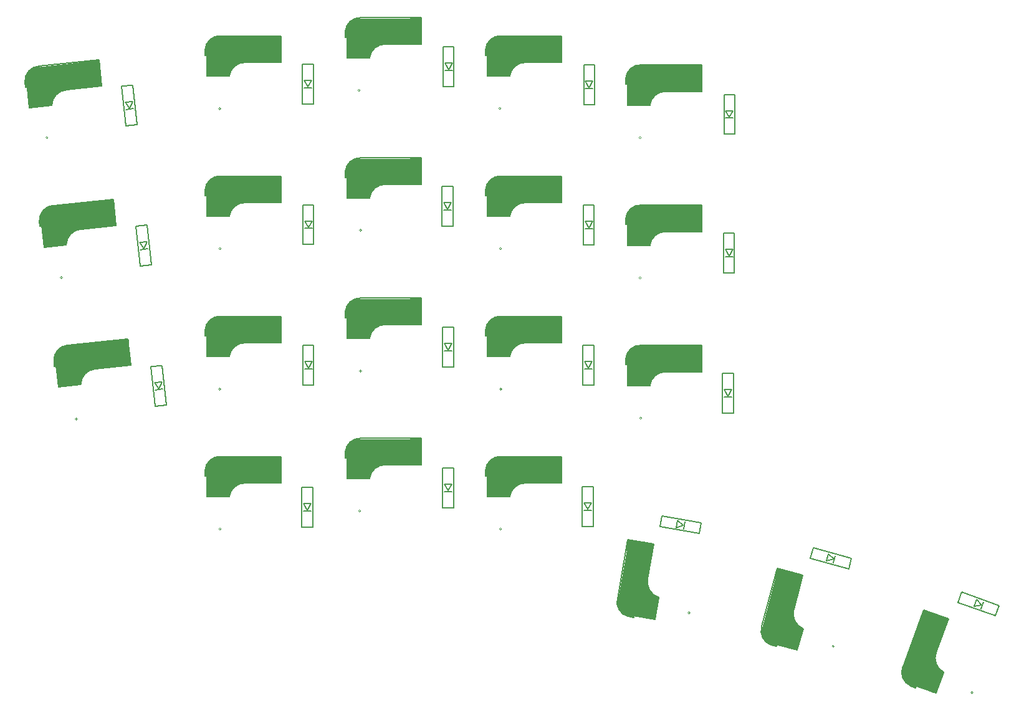
<source format=gbr>
%TF.GenerationSoftware,KiCad,Pcbnew,(5.1.10)-1*%
%TF.CreationDate,2021-10-28T21:07:41+02:00*%
%TF.ProjectId,yaohkib - lefft,79616f68-6b69-4622-902d-206c65666674,rev?*%
%TF.SameCoordinates,Original*%
%TF.FileFunction,Legend,Bot*%
%TF.FilePolarity,Positive*%
%FSLAX46Y46*%
G04 Gerber Fmt 4.6, Leading zero omitted, Abs format (unit mm)*
G04 Created by KiCad (PCBNEW (5.1.10)-1) date 2021-10-28 21:07:41*
%MOMM*%
%LPD*%
G01*
G04 APERTURE LIST*
%ADD10C,0.120000*%
%ADD11C,0.400000*%
%ADD12C,0.500000*%
%ADD13C,0.150000*%
%ADD14C,3.500000*%
%ADD15C,1.000000*%
%ADD16C,3.000000*%
%ADD17C,0.800000*%
%ADD18C,0.300000*%
G04 APERTURE END LIST*
D10*
%TO.C,LED13*%
X102807933Y-76333000D02*
G75*
G03*
X102807933Y-76333000I-166433J0D01*
G01*
X102695352Y-76333000D02*
G75*
G03*
X102695352Y-76333000I-53852J0D01*
G01*
%TO.C,LED19*%
X121901933Y-92905000D02*
G75*
G03*
X121901933Y-92905000I-166433J0D01*
G01*
X121789352Y-92905000D02*
G75*
G03*
X121789352Y-92905000I-53852J0D01*
G01*
%TO.C,LED14*%
X121901933Y-73793000D02*
G75*
G03*
X121901933Y-73793000I-166433J0D01*
G01*
X121789352Y-73793000D02*
G75*
G03*
X121789352Y-73793000I-53852J0D01*
G01*
%TO.C,LED27*%
X204950380Y-136595887D02*
G75*
G03*
X204950380Y-136595887I-166434J0D01*
G01*
X204837798Y-136595887D02*
G75*
G03*
X204837798Y-136595887I-53852J0D01*
G01*
%TO.C,LED15*%
X140907933Y-76333000D02*
G75*
G03*
X140907933Y-76333000I-166433J0D01*
G01*
X140795352Y-76333000D02*
G75*
G03*
X140795352Y-76333000I-53852J0D01*
G01*
%TO.C,LED22*%
X102807933Y-114433000D02*
G75*
G03*
X102807933Y-114433000I-166433J0D01*
G01*
X102695352Y-114433000D02*
G75*
G03*
X102695352Y-114433000I-53852J0D01*
G01*
%TO.C,LED8*%
X140824933Y-57281500D02*
G75*
G03*
X140824933Y-57281500I-166433J0D01*
G01*
X140712352Y-57281500D02*
G75*
G03*
X140712352Y-57281500I-53852J0D01*
G01*
%TO.C,LED9*%
X121711433Y-54805000D02*
G75*
G03*
X121711433Y-54805000I-166433J0D01*
G01*
X121598852Y-54805000D02*
G75*
G03*
X121598852Y-54805000I-53852J0D01*
G01*
%TO.C,LED7*%
X159874933Y-61218500D02*
G75*
G03*
X159874933Y-61218500I-166433J0D01*
G01*
X159762352Y-61218500D02*
G75*
G03*
X159762352Y-61218500I-53852J0D01*
G01*
%TO.C,LED20*%
X102788433Y-95381500D02*
G75*
G03*
X102788433Y-95381500I-166433J0D01*
G01*
X102675852Y-95381500D02*
G75*
G03*
X102675852Y-95381500I-53852J0D01*
G01*
%TO.C,LED12*%
X81260722Y-80257797D02*
G75*
G03*
X81260722Y-80257797I-166434J0D01*
G01*
X81148140Y-80257797D02*
G75*
G03*
X81148140Y-80257797I-53852J0D01*
G01*
%TO.C,LED21*%
X83292722Y-99434797D02*
G75*
G03*
X83292722Y-99434797I-166434J0D01*
G01*
X83180140Y-99434797D02*
G75*
G03*
X83180140Y-99434797I-53852J0D01*
G01*
%TO.C,LED24*%
X140907933Y-114433000D02*
G75*
G03*
X140907933Y-114433000I-166433J0D01*
G01*
X140795352Y-114433000D02*
G75*
G03*
X140795352Y-114433000I-53852J0D01*
G01*
%TO.C,LED18*%
X140951933Y-95381500D02*
G75*
G03*
X140951933Y-95381500I-166433J0D01*
G01*
X140839352Y-95381500D02*
G75*
G03*
X140839352Y-95381500I-53852J0D01*
G01*
%TO.C,LED23*%
X121794433Y-111956500D02*
G75*
G03*
X121794433Y-111956500I-166433J0D01*
G01*
X121681852Y-111956500D02*
G75*
G03*
X121681852Y-111956500I-53852J0D01*
G01*
%TO.C,LED26*%
X186114041Y-130357709D02*
G75*
G03*
X186114041Y-130357709I-166433J0D01*
G01*
X186001459Y-130357709D02*
G75*
G03*
X186001459Y-130357709I-53851J0D01*
G01*
%TO.C,LED25*%
X166534496Y-125786830D02*
G75*
G03*
X166534496Y-125786830I-166433J0D01*
G01*
X166421915Y-125786830D02*
G75*
G03*
X166421915Y-125786830I-53852J0D01*
G01*
%TO.C,LED17*%
X159938433Y-99318500D02*
G75*
G03*
X159938433Y-99318500I-166433J0D01*
G01*
X159825852Y-99318500D02*
G75*
G03*
X159825852Y-99318500I-53852J0D01*
G01*
%TO.C,LED10*%
X102788433Y-57281500D02*
G75*
G03*
X102788433Y-57281500I-166433J0D01*
G01*
X102675852Y-57281500D02*
G75*
G03*
X102675852Y-57281500I-53852J0D01*
G01*
%TO.C,LED16*%
X159894433Y-80270000D02*
G75*
G03*
X159894433Y-80270000I-166433J0D01*
G01*
X159781852Y-80270000D02*
G75*
G03*
X159781852Y-80270000I-53852J0D01*
G01*
%TO.C,LED11*%
X79292222Y-61207797D02*
G75*
G03*
X79292222Y-61207797I-166434J0D01*
G01*
X79179640Y-61207797D02*
G75*
G03*
X79179640Y-61207797I-53852J0D01*
G01*
D11*
%TO.C,SW4*%
X148852000Y-47588000D02*
X147602000Y-47588000D01*
D12*
X139152000Y-52688000D02*
X141602000Y-52688000D01*
D13*
X149002000Y-47388000D02*
X140801999Y-47388000D01*
X144202000Y-50988000D02*
X149002000Y-50988000D01*
X138952000Y-52888000D02*
X141982000Y-52888000D01*
X138702000Y-49288000D02*
X138702000Y-50038000D01*
X138952000Y-48438000D02*
X138952000Y-52888000D01*
X138702000Y-50038000D02*
X138902000Y-50038000D01*
X148982000Y-49988000D02*
X148982000Y-47738000D01*
X149002000Y-50988000D02*
X149002000Y-47388000D01*
D14*
X147202000Y-49188000D02*
X140502000Y-49188000D01*
D15*
X148502000Y-47988000D02*
X148502000Y-50488000D01*
D12*
X148802000Y-50738000D02*
X147502000Y-50688000D01*
D16*
X140432000Y-48888000D02*
X140432000Y-51128000D01*
D17*
X139302000Y-52388000D02*
X139302000Y-50588001D01*
D18*
X138802000Y-49938000D02*
X138802000Y-49288000D01*
D13*
X141985682Y-52866529D02*
G75*
G02*
X144202000Y-50988000I2151318J-291471D01*
G01*
X138702000Y-49288001D02*
G75*
G02*
X140801999Y-47388000I2000000J-99999D01*
G01*
D15*
X141585682Y-52466529D02*
G75*
G02*
X143802000Y-50588000I2151318J-291471D01*
G01*
D11*
%TO.C,SW5*%
X167902000Y-51525000D02*
X166652000Y-51525000D01*
D12*
X158202000Y-56625000D02*
X160652000Y-56625000D01*
D13*
X168052000Y-51325000D02*
X159851999Y-51325000D01*
X163252000Y-54925000D02*
X168052000Y-54925000D01*
X158002000Y-56825000D02*
X161032000Y-56825000D01*
X157752000Y-53225000D02*
X157752000Y-53975000D01*
X158002000Y-52375000D02*
X158002000Y-56825000D01*
X157752000Y-53975000D02*
X157952000Y-53975000D01*
X168032000Y-53925000D02*
X168032000Y-51675000D01*
X168052000Y-54925000D02*
X168052000Y-51325000D01*
D14*
X166252000Y-53125000D02*
X159552000Y-53125000D01*
D15*
X167552000Y-51925000D02*
X167552000Y-54425000D01*
D12*
X167852000Y-54675000D02*
X166552000Y-54625000D01*
D16*
X159482000Y-52825000D02*
X159482000Y-55065000D01*
D17*
X158352000Y-56325000D02*
X158352000Y-54525001D01*
D18*
X157852000Y-53875000D02*
X157852000Y-53225000D01*
D13*
X161035682Y-56803529D02*
G75*
G02*
X163252000Y-54925000I2151318J-291471D01*
G01*
X157752000Y-53225001D02*
G75*
G02*
X159851999Y-51325000I2000000J-99999D01*
G01*
D15*
X160635682Y-56403529D02*
G75*
G02*
X162852000Y-54525000I2151318J-291471D01*
G01*
D11*
%TO.C,SW17*%
X129802000Y-102261500D02*
X128552000Y-102261500D01*
D12*
X120102000Y-107361500D02*
X122552000Y-107361500D01*
D13*
X129952000Y-102061500D02*
X121751999Y-102061500D01*
X125152000Y-105661500D02*
X129952000Y-105661500D01*
X119902000Y-107561500D02*
X122932000Y-107561500D01*
X119652000Y-103961500D02*
X119652000Y-104711500D01*
X119902000Y-103111500D02*
X119902000Y-107561500D01*
X119652000Y-104711500D02*
X119852000Y-104711500D01*
X129932000Y-104661500D02*
X129932000Y-102411500D01*
X129952000Y-105661500D02*
X129952000Y-102061500D01*
D14*
X128152000Y-103861500D02*
X121452000Y-103861500D01*
D15*
X129452000Y-102661500D02*
X129452000Y-105161500D01*
D12*
X129752000Y-105411500D02*
X128452000Y-105361500D01*
D16*
X121382000Y-103561500D02*
X121382000Y-105801500D01*
D17*
X120252000Y-107061500D02*
X120252000Y-105261501D01*
D18*
X119752000Y-104611500D02*
X119752000Y-103961500D01*
D13*
X122935682Y-107540029D02*
G75*
G02*
X125152000Y-105661500I2151318J-291471D01*
G01*
X119652000Y-103961501D02*
G75*
G02*
X121751999Y-102061500I2000000J-99999D01*
G01*
D15*
X122535682Y-107140029D02*
G75*
G02*
X124752000Y-105261500I2151318J-291471D01*
G01*
D11*
%TO.C,SW13*%
X129802000Y-83211500D02*
X128552000Y-83211500D01*
D12*
X120102000Y-88311500D02*
X122552000Y-88311500D01*
D13*
X129952000Y-83011500D02*
X121751999Y-83011500D01*
X125152000Y-86611500D02*
X129952000Y-86611500D01*
X119902000Y-88511500D02*
X122932000Y-88511500D01*
X119652000Y-84911500D02*
X119652000Y-85661500D01*
X119902000Y-84061500D02*
X119902000Y-88511500D01*
X119652000Y-85661500D02*
X119852000Y-85661500D01*
X129932000Y-85611500D02*
X129932000Y-83361500D01*
X129952000Y-86611500D02*
X129952000Y-83011500D01*
D14*
X128152000Y-84811500D02*
X121452000Y-84811500D01*
D15*
X129452000Y-83611500D02*
X129452000Y-86111500D01*
D12*
X129752000Y-86361500D02*
X128452000Y-86311500D01*
D16*
X121382000Y-84511500D02*
X121382000Y-86751500D01*
D17*
X120252000Y-88011500D02*
X120252000Y-86211501D01*
D18*
X119752000Y-85561500D02*
X119752000Y-84911500D01*
D13*
X122935682Y-88490029D02*
G75*
G02*
X125152000Y-86611500I2151318J-291471D01*
G01*
X119652000Y-84911501D02*
G75*
G02*
X121751999Y-83011500I2000000J-99999D01*
G01*
D15*
X122535682Y-88090029D02*
G75*
G02*
X124752000Y-86211500I2151318J-291471D01*
G01*
D11*
%TO.C,SW19*%
X158214235Y-116001219D02*
X157997175Y-117232228D01*
D12*
X161552367Y-126439460D02*
X161977805Y-124026681D01*
D13*
X158043321Y-115818768D02*
X156619406Y-123894192D01*
X160755117Y-121170979D02*
X161588629Y-116443901D01*
X161714599Y-126671151D02*
X162240753Y-123687183D01*
X158125879Y-126292219D02*
X158864485Y-126422455D01*
X157332205Y-125898416D02*
X161714599Y-126671151D01*
X158864485Y-126422455D02*
X158899215Y-126225494D01*
X160600348Y-116289949D02*
X158384531Y-115899241D01*
X161588629Y-116443901D02*
X158043321Y-115818768D01*
D14*
X159503408Y-117903989D02*
X158339965Y-124502201D01*
D15*
X158547381Y-116415361D02*
X161009401Y-116849481D01*
D12*
X161307697Y-116597451D02*
X161032714Y-117869019D01*
D16*
X158032368Y-124519043D02*
X160238337Y-124908015D01*
D17*
X161282972Y-126239644D02*
X159510319Y-125927077D01*
D18*
X158783369Y-126306610D02*
X158143244Y-126193739D01*
D13*
X162220248Y-123679830D02*
G75*
G02*
X160755117Y-121170979I660615J2068022D01*
G01*
X158125879Y-126292219D02*
G75*
G02*
X156619406Y-123894192I445777J1952250D01*
G01*
D15*
X161756866Y-124004293D02*
G75*
G02*
X160291735Y-121495442I660615J2068022D01*
G01*
D11*
%TO.C,SW15*%
X167902000Y-89625000D02*
X166652000Y-89625000D01*
D12*
X158202000Y-94725000D02*
X160652000Y-94725000D01*
D13*
X168052000Y-89425000D02*
X159851999Y-89425000D01*
X163252000Y-93025000D02*
X168052000Y-93025000D01*
X158002000Y-94925000D02*
X161032000Y-94925000D01*
X157752000Y-91325000D02*
X157752000Y-92075000D01*
X158002000Y-90475000D02*
X158002000Y-94925000D01*
X157752000Y-92075000D02*
X157952000Y-92075000D01*
X168032000Y-92025000D02*
X168032000Y-89775000D01*
X168052000Y-93025000D02*
X168052000Y-89425000D01*
D14*
X166252000Y-91225000D02*
X159552000Y-91225000D01*
D15*
X167552000Y-90025000D02*
X167552000Y-92525000D01*
D12*
X167852000Y-92775000D02*
X166552000Y-92725000D01*
D16*
X159482000Y-90925000D02*
X159482000Y-93165000D01*
D17*
X158352000Y-94425000D02*
X158352000Y-92625001D01*
D18*
X157852000Y-91975000D02*
X157852000Y-91325000D01*
D13*
X161035682Y-94903529D02*
G75*
G02*
X163252000Y-93025000I2151318J-291471D01*
G01*
X157752000Y-91325001D02*
G75*
G02*
X159851999Y-89425000I2000000J-99999D01*
G01*
D15*
X160635682Y-94503529D02*
G75*
G02*
X162852000Y-92625000I2151318J-291471D01*
G01*
D11*
%TO.C,SW2*%
X110752000Y-47588000D02*
X109502000Y-47588000D01*
D12*
X101052000Y-52688000D02*
X103502000Y-52688000D01*
D13*
X110902000Y-47388000D02*
X102701999Y-47388000D01*
X106102000Y-50988000D02*
X110902000Y-50988000D01*
X100852000Y-52888000D02*
X103882000Y-52888000D01*
X100602000Y-49288000D02*
X100602000Y-50038000D01*
X100852000Y-48438000D02*
X100852000Y-52888000D01*
X100602000Y-50038000D02*
X100802000Y-50038000D01*
X110882000Y-49988000D02*
X110882000Y-47738000D01*
X110902000Y-50988000D02*
X110902000Y-47388000D01*
D14*
X109102000Y-49188000D02*
X102402000Y-49188000D01*
D15*
X110402000Y-47988000D02*
X110402000Y-50488000D01*
D12*
X110702000Y-50738000D02*
X109402000Y-50688000D01*
D16*
X102332000Y-48888000D02*
X102332000Y-51128000D01*
D17*
X101202000Y-52388000D02*
X101202000Y-50588001D01*
D18*
X100702000Y-49938000D02*
X100702000Y-49288000D01*
D13*
X103885682Y-52866529D02*
G75*
G02*
X106102000Y-50988000I2151318J-291471D01*
G01*
X100602000Y-49288001D02*
G75*
G02*
X102701999Y-47388000I2000000J-99999D01*
G01*
D15*
X103485682Y-52466529D02*
G75*
G02*
X105702000Y-50588000I2151318J-291471D01*
G01*
D11*
%TO.C,SW7*%
X110752000Y-66638000D02*
X109502000Y-66638000D01*
D12*
X101052000Y-71738000D02*
X103502000Y-71738000D01*
D13*
X110902000Y-66438000D02*
X102701999Y-66438000D01*
X106102000Y-70038000D02*
X110902000Y-70038000D01*
X100852000Y-71938000D02*
X103882000Y-71938000D01*
X100602000Y-68338000D02*
X100602000Y-69088000D01*
X100852000Y-67488000D02*
X100852000Y-71938000D01*
X100602000Y-69088000D02*
X100802000Y-69088000D01*
X110882000Y-69038000D02*
X110882000Y-66788000D01*
X110902000Y-70038000D02*
X110902000Y-66438000D01*
D14*
X109102000Y-68238000D02*
X102402000Y-68238000D01*
D15*
X110402000Y-67038000D02*
X110402000Y-69538000D01*
D12*
X110702000Y-69788000D02*
X109402000Y-69738000D01*
D16*
X102332000Y-67938000D02*
X102332000Y-70178000D01*
D17*
X101202000Y-71438000D02*
X101202000Y-69638001D01*
D18*
X100702000Y-68988000D02*
X100702000Y-68338000D01*
D13*
X103885682Y-71916529D02*
G75*
G02*
X106102000Y-70038000I2151318J-291471D01*
G01*
X100602000Y-68338001D02*
G75*
G02*
X102701999Y-66438000I2000000J-99999D01*
G01*
D15*
X103485682Y-71516529D02*
G75*
G02*
X105702000Y-69638000I2151318J-291471D01*
G01*
D11*
%TO.C,SW6*%
X88025236Y-69784814D02*
X86782084Y-69915474D01*
D12*
X78911469Y-75870802D02*
X81348047Y-75614707D01*
D13*
X88153508Y-69570230D02*
X79998428Y-70427364D01*
X83756106Y-73652246D02*
X88529811Y-73150509D01*
X78733470Y-76090612D02*
X81746871Y-75773890D01*
X78108537Y-72536465D02*
X78186933Y-73282356D01*
X78268318Y-71664989D02*
X78733470Y-76090612D01*
X78186933Y-73282356D02*
X78385838Y-73261451D01*
X88405392Y-72158078D02*
X88170203Y-69920403D01*
X88529811Y-73150509D02*
X88153508Y-69570230D01*
D14*
X86551520Y-71548521D02*
X79888224Y-72248862D01*
D15*
X87718965Y-70219208D02*
X87980286Y-72705512D01*
D12*
X88304774Y-72922784D02*
X87006670Y-73008945D01*
D16*
X79787249Y-71957822D02*
X80021392Y-74185551D01*
D17*
X79029288Y-75556766D02*
X78841137Y-73766627D01*
D18*
X78275933Y-73172451D02*
X78207989Y-72526012D01*
D13*
X81748289Y-75752153D02*
G75*
G02*
X83756106Y-73652246I2170000J-65000D01*
G01*
X78108538Y-72536466D02*
G75*
G02*
X79998428Y-70427364I1999496J109606D01*
G01*
D15*
X81308669Y-75396155D02*
G75*
G02*
X83316486Y-73296248I2170000J-65000D01*
G01*
D11*
%TO.C,SW21*%
X198334553Y-125592877D02*
X197907028Y-126767493D01*
D12*
X199809390Y-136452199D02*
X200647339Y-134149952D01*
D13*
X198197917Y-125383520D02*
X195393352Y-133089000D01*
X199939114Y-131125317D02*
X201580811Y-126614792D01*
X199928924Y-136708541D02*
X200965245Y-133861273D01*
X196460526Y-135712192D02*
X197165295Y-135968707D01*
X195747292Y-135186552D02*
X199928924Y-136708541D01*
X197165295Y-135968707D02*
X197233699Y-135780768D01*
X200634278Y-126291566D02*
X198519969Y-125522020D01*
X201580811Y-126614792D02*
X198197917Y-125383520D01*
D14*
X199273728Y-127690602D02*
X196982193Y-133986543D01*
D15*
X198590723Y-126058578D02*
X200939954Y-126913628D01*
D12*
X201277484Y-126717226D02*
X200785873Y-127921725D01*
D16*
X196676344Y-133949715D02*
X198781255Y-134715841D01*
D17*
X199578785Y-136208639D02*
X197887339Y-135593003D01*
D18*
X197105528Y-135840536D02*
X196494728Y-135618223D01*
D13*
X200946330Y-133850469D02*
G75*
G02*
X199939114Y-131125317I1009686J1921889D01*
G01*
X196460526Y-135712192D02*
G75*
G02*
X195393352Y-133089000I778009J1845183D01*
G01*
D15*
X200433645Y-134089538D02*
G75*
G02*
X199426429Y-131364386I1009686J1921889D01*
G01*
D11*
%TO.C,SW20*%
X178509056Y-119917873D02*
X178185532Y-121125281D01*
D12*
X180924733Y-130607331D02*
X181558839Y-128240813D01*
D13*
X178354693Y-119721221D02*
X176232377Y-127641813D01*
X180589695Y-125289413D02*
X181832026Y-120652969D01*
X181066154Y-130852280D02*
X181850376Y-127925525D01*
X177524116Y-130162013D02*
X178248561Y-130356127D01*
X176767784Y-129700535D02*
X181066154Y-130852280D01*
X178248561Y-130356127D02*
X178300324Y-130162942D01*
X180860924Y-120413469D02*
X178687591Y-119831126D01*
X181832026Y-120652969D02*
X178354693Y-119721221D01*
D14*
X179627486Y-121925761D02*
X177893398Y-128397464D01*
D15*
X178804839Y-120359475D02*
X181219654Y-121006523D01*
D12*
X181538781Y-120781450D02*
X181154020Y-122024212D01*
D16*
X177585503Y-128387434D02*
X179749177Y-128967188D01*
D17*
X180673778Y-130384796D02*
X178935112Y-129918922D01*
D18*
X178177850Y-130233653D02*
X177549998Y-130065420D01*
D13*
X181830589Y-127916412D02*
G75*
G02*
X180589695Y-125289413I838342J2002576D01*
G01*
X177524117Y-130162013D02*
G75*
G02*
X176232377Y-127641813I614230J1905970D01*
G01*
D15*
X181340692Y-128199254D02*
G75*
G02*
X180099797Y-125572256I838341J2002576D01*
G01*
D13*
%TO.C,D17*%
X134116500Y-109285500D02*
X133116500Y-109285500D01*
X133616500Y-109185500D02*
X134116500Y-108285500D01*
X133116500Y-108285500D02*
X133616500Y-109185500D01*
X134116500Y-108285500D02*
X133116500Y-108285500D01*
X134366500Y-106085500D02*
X132866500Y-106085500D01*
X134366500Y-111485500D02*
X132866500Y-111485500D01*
X134366500Y-106085500D02*
X134366500Y-111485500D01*
X132866500Y-111485500D02*
X132866500Y-106085500D01*
%TO.C,D19*%
X165768423Y-113390146D02*
X165594775Y-114374954D01*
X165583118Y-113865185D02*
X164783615Y-113216498D01*
X164609967Y-114201306D02*
X165583118Y-113865185D01*
X164783615Y-113216498D02*
X164609967Y-114201306D01*
X162660450Y-112588270D02*
X162399978Y-114065482D01*
X167978412Y-113525970D02*
X167717940Y-115003182D01*
X162660450Y-112588270D02*
X167978412Y-113525970D01*
X167717940Y-115003182D02*
X162399978Y-114065482D01*
%TO.C,D5*%
X172343500Y-58552000D02*
X171343500Y-58552000D01*
X171843500Y-58452000D02*
X172343500Y-57552000D01*
X171343500Y-57552000D02*
X171843500Y-58452000D01*
X172343500Y-57552000D02*
X171343500Y-57552000D01*
X172593500Y-55352000D02*
X171093500Y-55352000D01*
X172593500Y-60752000D02*
X171093500Y-60752000D01*
X172593500Y-55352000D02*
X172593500Y-60752000D01*
X171093500Y-60752000D02*
X171093500Y-55352000D01*
D11*
%TO.C,SW14*%
X148852000Y-85688000D02*
X147602000Y-85688000D01*
D12*
X139152000Y-90788000D02*
X141602000Y-90788000D01*
D13*
X149002000Y-85488000D02*
X140801999Y-85488000D01*
X144202000Y-89088000D02*
X149002000Y-89088000D01*
X138952000Y-90988000D02*
X141982000Y-90988000D01*
X138702000Y-87388000D02*
X138702000Y-88138000D01*
X138952000Y-86538000D02*
X138952000Y-90988000D01*
X138702000Y-88138000D02*
X138902000Y-88138000D01*
X148982000Y-88088000D02*
X148982000Y-85838000D01*
X149002000Y-89088000D02*
X149002000Y-85488000D01*
D14*
X147202000Y-87288000D02*
X140502000Y-87288000D01*
D15*
X148502000Y-86088000D02*
X148502000Y-88588000D01*
D12*
X148802000Y-88838000D02*
X147502000Y-88788000D01*
D16*
X140432000Y-86988000D02*
X140432000Y-89228000D01*
D17*
X139302000Y-90488000D02*
X139302000Y-88688001D01*
D18*
X138802000Y-88038000D02*
X138802000Y-87388000D01*
D13*
X141985682Y-90966529D02*
G75*
G02*
X144202000Y-89088000I2151318J-291471D01*
G01*
X138702000Y-87388001D02*
G75*
G02*
X140801999Y-85488000I2000000J-99999D01*
G01*
D15*
X141585682Y-90566529D02*
G75*
G02*
X143802000Y-88688000I2151318J-291471D01*
G01*
D13*
%TO.C,D3*%
X134180000Y-52072000D02*
X133180000Y-52072000D01*
X133680000Y-51972000D02*
X134180000Y-51072000D01*
X133180000Y-51072000D02*
X133680000Y-51972000D01*
X134180000Y-51072000D02*
X133180000Y-51072000D01*
X134430000Y-48872000D02*
X132930000Y-48872000D01*
X134430000Y-54272000D02*
X132930000Y-54272000D01*
X134430000Y-48872000D02*
X134430000Y-54272000D01*
X132930000Y-54272000D02*
X132930000Y-48872000D01*
D11*
%TO.C,SW16*%
X110752000Y-104738000D02*
X109502000Y-104738000D01*
D12*
X101052000Y-109838000D02*
X103502000Y-109838000D01*
D13*
X110902000Y-104538000D02*
X102701999Y-104538000D01*
X106102000Y-108138000D02*
X110902000Y-108138000D01*
X100852000Y-110038000D02*
X103882000Y-110038000D01*
X100602000Y-106438000D02*
X100602000Y-107188000D01*
X100852000Y-105588000D02*
X100852000Y-110038000D01*
X100602000Y-107188000D02*
X100802000Y-107188000D01*
X110882000Y-107138000D02*
X110882000Y-104888000D01*
X110902000Y-108138000D02*
X110902000Y-104538000D01*
D14*
X109102000Y-106338000D02*
X102402000Y-106338000D01*
D15*
X110402000Y-105138000D02*
X110402000Y-107638000D01*
D12*
X110702000Y-107888000D02*
X109402000Y-107838000D01*
D16*
X102332000Y-106038000D02*
X102332000Y-108278000D01*
D17*
X101202000Y-109538000D02*
X101202000Y-107738001D01*
D18*
X100702000Y-107088000D02*
X100702000Y-106438000D01*
D13*
X103885682Y-110016529D02*
G75*
G02*
X106102000Y-108138000I2151318J-291471D01*
G01*
X100602000Y-106438001D02*
G75*
G02*
X102701999Y-104538000I2000000J-99999D01*
G01*
D15*
X103485682Y-109616529D02*
G75*
G02*
X105702000Y-107738000I2151318J-291471D01*
G01*
D13*
%TO.C,D7*%
X115130000Y-73538000D02*
X114130000Y-73538000D01*
X114630000Y-73438000D02*
X115130000Y-72538000D01*
X114130000Y-72538000D02*
X114630000Y-73438000D01*
X115130000Y-72538000D02*
X114130000Y-72538000D01*
X115380000Y-70338000D02*
X113880000Y-70338000D01*
X115380000Y-75738000D02*
X113880000Y-75738000D01*
X115380000Y-70338000D02*
X115380000Y-75738000D01*
X113880000Y-75738000D02*
X113880000Y-70338000D01*
D11*
%TO.C,SW1*%
X86056736Y-50861814D02*
X84813584Y-50992474D01*
D12*
X76942969Y-56947802D02*
X79379547Y-56691707D01*
D13*
X86185008Y-50647230D02*
X78029928Y-51504364D01*
X81787606Y-54729246D02*
X86561311Y-54227509D01*
X76764970Y-57167612D02*
X79778371Y-56850890D01*
X76140037Y-53613465D02*
X76218433Y-54359356D01*
X76299818Y-52741989D02*
X76764970Y-57167612D01*
X76218433Y-54359356D02*
X76417338Y-54338451D01*
X86436892Y-53235078D02*
X86201703Y-50997403D01*
X86561311Y-54227509D02*
X86185008Y-50647230D01*
D14*
X84583020Y-52625521D02*
X77919724Y-53325862D01*
D15*
X85750465Y-51296208D02*
X86011786Y-53782512D01*
D12*
X86336274Y-53999784D02*
X85038170Y-54085945D01*
D16*
X77818749Y-53034822D02*
X78052892Y-55262551D01*
D17*
X77060788Y-56633766D02*
X76872637Y-54843627D01*
D18*
X76307433Y-54249451D02*
X76239489Y-53603012D01*
D13*
X79779789Y-56829153D02*
G75*
G02*
X81787606Y-54729246I2170000J-65000D01*
G01*
X76140038Y-53613466D02*
G75*
G02*
X78029928Y-51504364I1999496J109606D01*
G01*
D15*
X79340169Y-56473155D02*
G75*
G02*
X81347986Y-54373248I2170000J-65000D01*
G01*
D13*
%TO.C,D11*%
X94859525Y-95390497D02*
X93865003Y-95495025D01*
X94351811Y-95343309D02*
X94754997Y-94395975D01*
X93760475Y-94500503D02*
X94351811Y-95343309D01*
X94754997Y-94395975D02*
X93760475Y-94500503D01*
X94773665Y-92181895D02*
X93281882Y-92338687D01*
X95338118Y-97552313D02*
X93846335Y-97709105D01*
X94773665Y-92181895D02*
X95338118Y-97552313D01*
X93846335Y-97709105D02*
X93281882Y-92338687D01*
%TO.C,D20*%
X186235390Y-118038351D02*
X185976571Y-119004276D01*
X186009388Y-118495432D02*
X185269465Y-117779532D01*
X185010646Y-118745457D02*
X186009388Y-118495432D01*
X185269465Y-117779532D02*
X185010646Y-118745457D01*
X183209133Y-116968648D02*
X182820904Y-118417537D01*
X188425132Y-118366271D02*
X188036903Y-119815160D01*
X183209133Y-116968648D02*
X188425132Y-118366271D01*
X188036903Y-119815160D02*
X182820904Y-118417537D01*
%TO.C,D13*%
X134116500Y-90175000D02*
X133116500Y-90175000D01*
X133616500Y-90075000D02*
X134116500Y-89175000D01*
X133116500Y-89175000D02*
X133616500Y-90075000D01*
X134116500Y-89175000D02*
X133116500Y-89175000D01*
X134366500Y-86975000D02*
X132866500Y-86975000D01*
X134366500Y-92375000D02*
X132866500Y-92375000D01*
X134366500Y-86975000D02*
X134366500Y-92375000D01*
X132866500Y-92375000D02*
X132866500Y-86975000D01*
%TO.C,D8*%
X134053000Y-71061500D02*
X133053000Y-71061500D01*
X133553000Y-70961500D02*
X134053000Y-70061500D01*
X133053000Y-70061500D02*
X133553000Y-70961500D01*
X134053000Y-70061500D02*
X133053000Y-70061500D01*
X134303000Y-67861500D02*
X132803000Y-67861500D01*
X134303000Y-73261500D02*
X132803000Y-73261500D01*
X134303000Y-67861500D02*
X134303000Y-73261500D01*
X132803000Y-73261500D02*
X132803000Y-67861500D01*
D11*
%TO.C,SW11*%
X89993736Y-88771314D02*
X88750584Y-88901974D01*
D12*
X80879969Y-94857302D02*
X83316547Y-94601207D01*
D13*
X90122008Y-88556730D02*
X81966928Y-89413864D01*
X85724606Y-92638746D02*
X90498311Y-92137009D01*
X80701970Y-95077112D02*
X83715371Y-94760390D01*
X80077037Y-91522965D02*
X80155433Y-92268856D01*
X80236818Y-90651489D02*
X80701970Y-95077112D01*
X80155433Y-92268856D02*
X80354338Y-92247951D01*
X90373892Y-91144578D02*
X90138703Y-88906903D01*
X90498311Y-92137009D02*
X90122008Y-88556730D01*
D14*
X88520020Y-90535021D02*
X81856724Y-91235362D01*
D15*
X89687465Y-89205708D02*
X89948786Y-91692012D01*
D12*
X90273274Y-91909284D02*
X88975170Y-91995445D01*
D16*
X81755749Y-90944322D02*
X81989892Y-93172051D01*
D17*
X80997788Y-94543266D02*
X80809637Y-92753127D01*
D18*
X80244433Y-92158951D02*
X80176489Y-91512512D01*
D13*
X83716789Y-94738653D02*
G75*
G02*
X85724606Y-92638746I2170000J-65000D01*
G01*
X80077038Y-91522966D02*
G75*
G02*
X81966928Y-89413864I1999496J109606D01*
G01*
D15*
X83277169Y-94382655D02*
G75*
G02*
X85284986Y-92282748I2170000J-65000D01*
G01*
D13*
%TO.C,D4*%
X153293500Y-54551500D02*
X152293500Y-54551500D01*
X152793500Y-54451500D02*
X153293500Y-53551500D01*
X152293500Y-53551500D02*
X152793500Y-54451500D01*
X153293500Y-53551500D02*
X152293500Y-53551500D01*
X153543500Y-51351500D02*
X152043500Y-51351500D01*
X153543500Y-56751500D02*
X152043500Y-56751500D01*
X153543500Y-51351500D02*
X153543500Y-56751500D01*
X152043500Y-56751500D02*
X152043500Y-51351500D01*
D11*
%TO.C,SW10*%
X167902000Y-70575000D02*
X166652000Y-70575000D01*
D12*
X158202000Y-75675000D02*
X160652000Y-75675000D01*
D13*
X168052000Y-70375000D02*
X159851999Y-70375000D01*
X163252000Y-73975000D02*
X168052000Y-73975000D01*
X158002000Y-75875000D02*
X161032000Y-75875000D01*
X157752000Y-72275000D02*
X157752000Y-73025000D01*
X158002000Y-71425000D02*
X158002000Y-75875000D01*
X157752000Y-73025000D02*
X157952000Y-73025000D01*
X168032000Y-72975000D02*
X168032000Y-70725000D01*
X168052000Y-73975000D02*
X168052000Y-70375000D01*
D14*
X166252000Y-72175000D02*
X159552000Y-72175000D01*
D15*
X167552000Y-70975000D02*
X167552000Y-73475000D01*
D12*
X167852000Y-73725000D02*
X166552000Y-73675000D01*
D16*
X159482000Y-71875000D02*
X159482000Y-74115000D01*
D17*
X158352000Y-75375000D02*
X158352000Y-73575001D01*
D18*
X157852000Y-72925000D02*
X157852000Y-72275000D01*
D13*
X161035682Y-75853529D02*
G75*
G02*
X163252000Y-73975000I2151318J-291471D01*
G01*
X157752000Y-72275001D02*
G75*
G02*
X159851999Y-70375000I2000000J-99999D01*
G01*
D15*
X160635682Y-75453529D02*
G75*
G02*
X162852000Y-73575000I2151318J-291471D01*
G01*
D11*
%TO.C,SW9*%
X148852000Y-66638000D02*
X147602000Y-66638000D01*
D12*
X139152000Y-71738000D02*
X141602000Y-71738000D01*
D13*
X149002000Y-66438000D02*
X140801999Y-66438000D01*
X144202000Y-70038000D02*
X149002000Y-70038000D01*
X138952000Y-71938000D02*
X141982000Y-71938000D01*
X138702000Y-68338000D02*
X138702000Y-69088000D01*
X138952000Y-67488000D02*
X138952000Y-71938000D01*
X138702000Y-69088000D02*
X138902000Y-69088000D01*
X148982000Y-69038000D02*
X148982000Y-66788000D01*
X149002000Y-70038000D02*
X149002000Y-66438000D01*
D14*
X147202000Y-68238000D02*
X140502000Y-68238000D01*
D15*
X148502000Y-67038000D02*
X148502000Y-69538000D01*
D12*
X148802000Y-69788000D02*
X147502000Y-69738000D01*
D16*
X140432000Y-67938000D02*
X140432000Y-70178000D01*
D17*
X139302000Y-71438000D02*
X139302000Y-69638001D01*
D18*
X138802000Y-68988000D02*
X138802000Y-68338000D01*
D13*
X141985682Y-71916529D02*
G75*
G02*
X144202000Y-70038000I2151318J-291471D01*
G01*
X138702000Y-68338001D02*
G75*
G02*
X140801999Y-66438000I2000000J-99999D01*
G01*
D15*
X141585682Y-71516529D02*
G75*
G02*
X143802000Y-69638000I2151318J-291471D01*
G01*
D13*
%TO.C,D2*%
X115066500Y-54424500D02*
X114066500Y-54424500D01*
X114566500Y-54324500D02*
X115066500Y-53424500D01*
X114066500Y-53424500D02*
X114566500Y-54324500D01*
X115066500Y-53424500D02*
X114066500Y-53424500D01*
X115316500Y-51224500D02*
X113816500Y-51224500D01*
X115316500Y-56624500D02*
X113816500Y-56624500D01*
X115316500Y-51224500D02*
X115316500Y-56624500D01*
X113816500Y-56624500D02*
X113816500Y-51224500D01*
%TO.C,D21*%
X206346810Y-124273250D02*
X206004790Y-125212942D01*
X206081831Y-124708894D02*
X205407118Y-123931230D01*
X205065098Y-124870922D02*
X206081831Y-124708894D01*
X205407118Y-123931230D02*
X205065098Y-124870922D01*
X203425299Y-122943862D02*
X202912269Y-124353401D01*
X208499639Y-124790771D02*
X207986609Y-126200310D01*
X203425299Y-122943862D02*
X208499639Y-124790771D01*
X207986609Y-126200310D02*
X202912269Y-124353401D01*
D11*
%TO.C,SW12*%
X110752000Y-85688000D02*
X109502000Y-85688000D01*
D12*
X101052000Y-90788000D02*
X103502000Y-90788000D01*
D13*
X110902000Y-85488000D02*
X102701999Y-85488000D01*
X106102000Y-89088000D02*
X110902000Y-89088000D01*
X100852000Y-90988000D02*
X103882000Y-90988000D01*
X100602000Y-87388000D02*
X100602000Y-88138000D01*
X100852000Y-86538000D02*
X100852000Y-90988000D01*
X100602000Y-88138000D02*
X100802000Y-88138000D01*
X110882000Y-88088000D02*
X110882000Y-85838000D01*
X110902000Y-89088000D02*
X110902000Y-85488000D01*
D14*
X109102000Y-87288000D02*
X102402000Y-87288000D01*
D15*
X110402000Y-86088000D02*
X110402000Y-88588000D01*
D12*
X110702000Y-88838000D02*
X109402000Y-88788000D01*
D16*
X102332000Y-86988000D02*
X102332000Y-89228000D01*
D17*
X101202000Y-90488000D02*
X101202000Y-88688001D01*
D18*
X100702000Y-88038000D02*
X100702000Y-87388000D01*
D13*
X103885682Y-90966529D02*
G75*
G02*
X106102000Y-89088000I2151318J-291471D01*
G01*
X100602000Y-87388001D02*
G75*
G02*
X102701999Y-85488000I2000000J-99999D01*
G01*
D15*
X103485682Y-90566529D02*
G75*
G02*
X105702000Y-88688000I2151318J-291471D01*
G01*
D11*
%TO.C,SW3*%
X129802000Y-45111500D02*
X128552000Y-45111500D01*
D12*
X120102000Y-50211500D02*
X122552000Y-50211500D01*
D13*
X129952000Y-44911500D02*
X121751999Y-44911500D01*
X125152000Y-48511500D02*
X129952000Y-48511500D01*
X119902000Y-50411500D02*
X122932000Y-50411500D01*
X119652000Y-46811500D02*
X119652000Y-47561500D01*
X119902000Y-45961500D02*
X119902000Y-50411500D01*
X119652000Y-47561500D02*
X119852000Y-47561500D01*
X129932000Y-47511500D02*
X129932000Y-45261500D01*
X129952000Y-48511500D02*
X129952000Y-44911500D01*
D14*
X128152000Y-46711500D02*
X121452000Y-46711500D01*
D15*
X129452000Y-45511500D02*
X129452000Y-48011500D01*
D12*
X129752000Y-48261500D02*
X128452000Y-48211500D01*
D16*
X121382000Y-46411500D02*
X121382000Y-48651500D01*
D17*
X120252000Y-49911500D02*
X120252000Y-48111501D01*
D18*
X119752000Y-47461500D02*
X119752000Y-46811500D01*
D13*
X122935682Y-50390029D02*
G75*
G02*
X125152000Y-48511500I2151318J-291471D01*
G01*
X119652000Y-46811501D02*
G75*
G02*
X121751999Y-44911500I2000000J-99999D01*
G01*
D15*
X122535682Y-49990029D02*
G75*
G02*
X124752000Y-48111500I2151318J-291471D01*
G01*
D13*
%TO.C,D16*%
X115003000Y-111952500D02*
X114003000Y-111952500D01*
X114503000Y-111852500D02*
X115003000Y-110952500D01*
X114003000Y-110952500D02*
X114503000Y-111852500D01*
X115003000Y-110952500D02*
X114003000Y-110952500D01*
X115253000Y-108752500D02*
X113753000Y-108752500D01*
X115253000Y-114152500D02*
X113753000Y-114152500D01*
X115253000Y-108752500D02*
X115253000Y-114152500D01*
X113753000Y-114152500D02*
X113753000Y-108752500D01*
%TO.C,D1*%
X90859025Y-57290497D02*
X89864503Y-57395025D01*
X90351311Y-57243309D02*
X90754497Y-56295975D01*
X89759975Y-56400503D02*
X90351311Y-57243309D01*
X90754497Y-56295975D02*
X89759975Y-56400503D01*
X90773165Y-54081895D02*
X89281382Y-54238687D01*
X91337618Y-59452313D02*
X89845835Y-59609105D01*
X90773165Y-54081895D02*
X91337618Y-59452313D01*
X89845835Y-59609105D02*
X89281382Y-54238687D01*
%TO.C,D12*%
X115130000Y-92648500D02*
X114130000Y-92648500D01*
X114630000Y-92548500D02*
X115130000Y-91648500D01*
X114130000Y-91648500D02*
X114630000Y-92548500D01*
X115130000Y-91648500D02*
X114130000Y-91648500D01*
X115380000Y-89448500D02*
X113880000Y-89448500D01*
X115380000Y-94848500D02*
X113880000Y-94848500D01*
X115380000Y-89448500D02*
X115380000Y-94848500D01*
X113880000Y-94848500D02*
X113880000Y-89448500D01*
%TO.C,D6*%
X92822563Y-76327773D02*
X91828041Y-76432301D01*
X92314849Y-76280585D02*
X92718035Y-75333251D01*
X91723513Y-75437779D02*
X92314849Y-76280585D01*
X92718035Y-75333251D02*
X91723513Y-75437779D01*
X92736703Y-73119171D02*
X91244920Y-73275963D01*
X93301156Y-78489589D02*
X91809373Y-78646381D01*
X92736703Y-73119171D02*
X93301156Y-78489589D01*
X91809373Y-78646381D02*
X91244920Y-73275963D01*
%TO.C,D14*%
X153166500Y-92648500D02*
X152166500Y-92648500D01*
X152666500Y-92548500D02*
X153166500Y-91648500D01*
X152166500Y-91648500D02*
X152666500Y-92548500D01*
X153166500Y-91648500D02*
X152166500Y-91648500D01*
X153416500Y-89448500D02*
X151916500Y-89448500D01*
X153416500Y-94848500D02*
X151916500Y-94848500D01*
X153416500Y-89448500D02*
X153416500Y-94848500D01*
X151916500Y-94848500D02*
X151916500Y-89448500D01*
%TO.C,D10*%
X172280000Y-77411500D02*
X171280000Y-77411500D01*
X171780000Y-77311500D02*
X172280000Y-76411500D01*
X171280000Y-76411500D02*
X171780000Y-77311500D01*
X172280000Y-76411500D02*
X171280000Y-76411500D01*
X172530000Y-74211500D02*
X171030000Y-74211500D01*
X172530000Y-79611500D02*
X171030000Y-79611500D01*
X172530000Y-74211500D02*
X172530000Y-79611500D01*
X171030000Y-79611500D02*
X171030000Y-74211500D01*
%TO.C,D15*%
X172153000Y-96458500D02*
X171153000Y-96458500D01*
X171653000Y-96358500D02*
X172153000Y-95458500D01*
X171153000Y-95458500D02*
X171653000Y-96358500D01*
X172153000Y-95458500D02*
X171153000Y-95458500D01*
X172403000Y-93258500D02*
X170903000Y-93258500D01*
X172403000Y-98658500D02*
X170903000Y-98658500D01*
X172403000Y-93258500D02*
X172403000Y-98658500D01*
X170903000Y-98658500D02*
X170903000Y-93258500D01*
D11*
%TO.C,SW8*%
X129802000Y-64161500D02*
X128552000Y-64161500D01*
D12*
X120102000Y-69261500D02*
X122552000Y-69261500D01*
D13*
X129952000Y-63961500D02*
X121751999Y-63961500D01*
X125152000Y-67561500D02*
X129952000Y-67561500D01*
X119902000Y-69461500D02*
X122932000Y-69461500D01*
X119652000Y-65861500D02*
X119652000Y-66611500D01*
X119902000Y-65011500D02*
X119902000Y-69461500D01*
X119652000Y-66611500D02*
X119852000Y-66611500D01*
X129932000Y-66561500D02*
X129932000Y-64311500D01*
X129952000Y-67561500D02*
X129952000Y-63961500D01*
D14*
X128152000Y-65761500D02*
X121452000Y-65761500D01*
D15*
X129452000Y-64561500D02*
X129452000Y-67061500D01*
D12*
X129752000Y-67311500D02*
X128452000Y-67261500D01*
D16*
X121382000Y-65461500D02*
X121382000Y-67701500D01*
D17*
X120252000Y-68961500D02*
X120252000Y-67161501D01*
D18*
X119752000Y-66511500D02*
X119752000Y-65861500D01*
D13*
X122935682Y-69440029D02*
G75*
G02*
X125152000Y-67561500I2151318J-291471D01*
G01*
X119652000Y-65861501D02*
G75*
G02*
X121751999Y-63961500I2000000J-99999D01*
G01*
D15*
X122535682Y-69040029D02*
G75*
G02*
X124752000Y-67161500I2151318J-291471D01*
G01*
D13*
%TO.C,D9*%
X153230000Y-73601500D02*
X152230000Y-73601500D01*
X152730000Y-73501500D02*
X153230000Y-72601500D01*
X152230000Y-72601500D02*
X152730000Y-73501500D01*
X153230000Y-72601500D02*
X152230000Y-72601500D01*
X153480000Y-70401500D02*
X151980000Y-70401500D01*
X153480000Y-75801500D02*
X151980000Y-75801500D01*
X153480000Y-70401500D02*
X153480000Y-75801500D01*
X151980000Y-75801500D02*
X151980000Y-70401500D01*
%TO.C,D18*%
X153103000Y-111825500D02*
X152103000Y-111825500D01*
X152603000Y-111725500D02*
X153103000Y-110825500D01*
X152103000Y-110825500D02*
X152603000Y-111725500D01*
X153103000Y-110825500D02*
X152103000Y-110825500D01*
X153353000Y-108625500D02*
X151853000Y-108625500D01*
X153353000Y-114025500D02*
X151853000Y-114025500D01*
X153353000Y-108625500D02*
X153353000Y-114025500D01*
X151853000Y-114025500D02*
X151853000Y-108625500D01*
D11*
%TO.C,SW18*%
X148852000Y-104738000D02*
X147602000Y-104738000D01*
D12*
X139152000Y-109838000D02*
X141602000Y-109838000D01*
D13*
X149002000Y-104538000D02*
X140801999Y-104538000D01*
X144202000Y-108138000D02*
X149002000Y-108138000D01*
X138952000Y-110038000D02*
X141982000Y-110038000D01*
X138702000Y-106438000D02*
X138702000Y-107188000D01*
X138952000Y-105588000D02*
X138952000Y-110038000D01*
X138702000Y-107188000D02*
X138902000Y-107188000D01*
X148982000Y-107138000D02*
X148982000Y-104888000D01*
X149002000Y-108138000D02*
X149002000Y-104538000D01*
D14*
X147202000Y-106338000D02*
X140502000Y-106338000D01*
D15*
X148502000Y-105138000D02*
X148502000Y-107638000D01*
D12*
X148802000Y-107888000D02*
X147502000Y-107838000D01*
D16*
X140432000Y-106038000D02*
X140432000Y-108278000D01*
D17*
X139302000Y-109538000D02*
X139302000Y-107738001D01*
D18*
X138802000Y-107088000D02*
X138802000Y-106438000D01*
D13*
X141985682Y-110016529D02*
G75*
G02*
X144202000Y-108138000I2151318J-291471D01*
G01*
X138702000Y-106438001D02*
G75*
G02*
X140801999Y-104538000I2000000J-99999D01*
G01*
D15*
X141585682Y-109616529D02*
G75*
G02*
X143802000Y-107738000I2151318J-291471D01*
G01*
%TD*%
M02*

</source>
